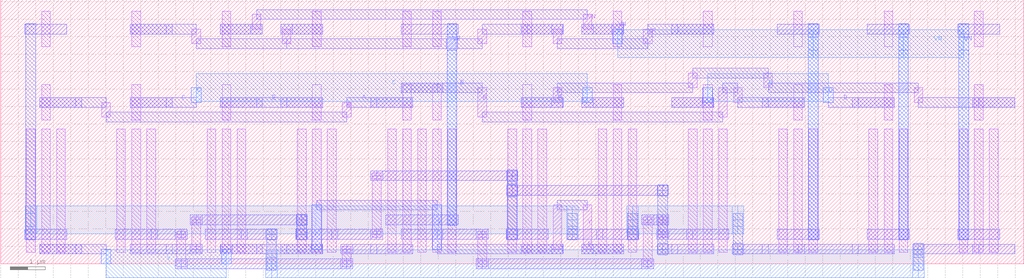
<source format=lef>
MACRO FUNCTION
  ORIGIN 0 0 ;
  FOREIGN FUNCTION 0 0 ;
  SIZE 29.24 BY 7.56 ;
  PIN A
    DIRECTION INOUT ;
    USE SIGNAL ;
    PORT 
      LAYER M2 ;
        RECT 1.12 4.48 2.32 4.76 ;
      LAYER M2 ;
        RECT 10.58 4.48 11.78 4.76 ;
      LAYER M2 ;
        RECT 2.15 4.48 3.01 4.76 ;
      LAYER M1 ;
        RECT 2.885 4.2 3.135 4.62 ;
      LAYER M2 ;
        RECT 3.01 4.06 9.89 4.34 ;
      LAYER M1 ;
        RECT 9.765 4.2 10.015 4.62 ;
      LAYER M2 ;
        RECT 9.89 4.48 10.75 4.76 ;
    END
  END A
  PIN B
    DIRECTION INOUT ;
    USE SIGNAL ;
    PORT 
      LAYER M2 ;
        RECT 21.76 4.48 22.96 4.76 ;
      LAYER M2 ;
        RECT 11.44 4.9 12.64 5.18 ;
      LAYER M2 ;
        RECT 21.07 4.48 21.93 4.76 ;
      LAYER M1 ;
        RECT 20.945 4.62 21.195 5.04 ;
      LAYER M2 ;
        RECT 20.64 4.9 21.07 5.18 ;
      LAYER M1 ;
        RECT 20.515 4.2 20.765 5.04 ;
      LAYER M2 ;
        RECT 13.76 4.06 20.64 4.34 ;
      LAYER M1 ;
        RECT 13.635 4.2 13.885 5.04 ;
      LAYER M2 ;
        RECT 12.47 4.9 13.76 5.18 ;
    END
  END B
  PIN VP
    DIRECTION INOUT ;
    USE SIGNAL ;
    PORT 
      LAYER M2 ;
        RECT 3.7 6.58 4.9 6.86 ;
      LAYER M2 ;
        RECT 8 6.58 9.2 6.86 ;
      LAYER M2 ;
        RECT 14.88 6.58 16.08 6.86 ;
      LAYER M2 ;
        RECT 19.18 6.58 20.38 6.86 ;
      LAYER M3 ;
        RECT 12.76 1.1 13.04 6.88 ;
      LAYER M2 ;
        RECT 4.73 6.58 5.59 6.86 ;
      LAYER M1 ;
        RECT 5.465 6.3 5.715 6.72 ;
      LAYER M2 ;
        RECT 5.59 6.16 8.17 6.44 ;
      LAYER M1 ;
        RECT 8.045 6.3 8.295 6.72 ;
      LAYER M2 ;
        RECT 8.01 6.58 8.33 6.86 ;
      LAYER M2 ;
        RECT 8.17 6.16 13.76 6.44 ;
      LAYER M1 ;
        RECT 13.635 6.3 13.885 6.72 ;
      LAYER M2 ;
        RECT 13.76 6.58 15.05 6.86 ;
      LAYER M2 ;
        RECT 15.75 6.58 16.07 6.86 ;
      LAYER M1 ;
        RECT 15.785 6.3 16.035 6.72 ;
      LAYER M2 ;
        RECT 15.91 6.16 18.49 6.44 ;
      LAYER M1 ;
        RECT 18.365 6.3 18.615 6.72 ;
      LAYER M2 ;
        RECT 18.49 6.58 19.35 6.86 ;
      LAYER M2 ;
        RECT 12.74 6.16 13.06 6.44 ;
      LAYER M3 ;
        RECT 12.76 6.115 13.04 6.485 ;
    END
  END VP
  PIN D
    DIRECTION INOUT ;
    USE SIGNAL ;
    PORT 
      LAYER M2 ;
        RECT 19.18 4.48 20.38 4.76 ;
      LAYER M2 ;
        RECT 24.34 4.48 25.54 4.76 ;
      LAYER M2 ;
        RECT 20.05 4.48 20.37 4.76 ;
      LAYER M3 ;
        RECT 20.07 4.62 20.35 5.04 ;
      LAYER M4 ;
        RECT 20.21 4.64 23.65 5.44 ;
      LAYER M3 ;
        RECT 23.51 4.62 23.79 5.04 ;
      LAYER M2 ;
        RECT 23.65 4.48 24.51 4.76 ;
    END
  END D
  PIN VN
    DIRECTION INOUT ;
    USE SIGNAL ;
    PORT 
      LAYER M2 ;
        RECT 6.28 6.58 7.48 6.86 ;
      LAYER M2 ;
        RECT 16.6 6.58 17.8 6.86 ;
      LAYER M3 ;
        RECT 23.08 0.68 23.36 6.88 ;
      LAYER M3 ;
        RECT 25.66 0.68 25.94 6.88 ;
      LAYER M3 ;
        RECT 27.38 0.68 27.66 6.88 ;
      LAYER M2 ;
        RECT 7.15 6.58 7.47 6.86 ;
      LAYER M1 ;
        RECT 7.185 6.72 7.435 7.14 ;
      LAYER M2 ;
        RECT 7.31 7 16.77 7.28 ;
      LAYER M1 ;
        RECT 16.645 6.72 16.895 7.14 ;
      LAYER M2 ;
        RECT 16.61 6.58 16.93 6.86 ;
      LAYER M2 ;
        RECT 17.47 6.58 17.79 6.86 ;
      LAYER M3 ;
        RECT 17.49 6.3 17.77 6.72 ;
      LAYER M4 ;
        RECT 17.63 5.9 23.22 6.7 ;
      LAYER M3 ;
        RECT 23.08 6.115 23.36 6.485 ;
      LAYER M4 ;
        RECT 23.22 5.9 25.8 6.7 ;
      LAYER M3 ;
        RECT 25.66 6.115 25.94 6.485 ;
      LAYER M4 ;
        RECT 25.8 5.9 27.52 6.7 ;
      LAYER M3 ;
        RECT 27.38 6.115 27.66 6.485 ;
    END
  END VN
  PIN F
    DIRECTION INOUT ;
    USE SIGNAL ;
    PORT 
      LAYER M2 ;
        RECT 27.78 4.48 28.98 4.76 ;
      LAYER M2 ;
        RECT 14.88 4.48 16.08 4.76 ;
      LAYER M2 ;
        RECT 26.23 4.48 27.95 4.76 ;
      LAYER M1 ;
        RECT 26.105 4.62 26.355 5.04 ;
      LAYER M2 ;
        RECT 21.93 4.9 26.23 5.18 ;
      LAYER M1 ;
        RECT 21.805 5.04 22.055 5.46 ;
      LAYER M2 ;
        RECT 19.78 5.32 21.93 5.6 ;
      LAYER M1 ;
        RECT 19.655 5.04 19.905 5.46 ;
      LAYER M2 ;
        RECT 15.91 4.9 19.78 5.18 ;
      LAYER M1 ;
        RECT 15.785 4.62 16.035 5.04 ;
      LAYER M2 ;
        RECT 15.75 4.48 16.07 4.76 ;
    END
  END F
  PIN Y
    DIRECTION INOUT ;
    USE SIGNAL ;
    PORT 
      LAYER M2 ;
        RECT 1.12 0.28 2.32 0.56 ;
      LAYER M2 ;
        RECT 6.28 0.28 7.48 0.56 ;
      LAYER M2 ;
        RECT 8 0.28 9.2 0.56 ;
      LAYER M2 ;
        RECT 14.88 0.28 16.08 0.56 ;
      LAYER M2 ;
        RECT 16.6 0.28 17.8 0.56 ;
      LAYER M2 ;
        RECT 2.15 0.28 3.01 0.56 ;
      LAYER M3 ;
        RECT 2.87 0 3.15 0.42 ;
      LAYER M4 ;
        RECT 3.01 -0.4 6.45 0.4 ;
      LAYER M3 ;
        RECT 6.31 0 6.59 0.42 ;
      LAYER M2 ;
        RECT 6.29 0.28 6.61 0.56 ;
      LAYER M2 ;
        RECT 7.31 0.28 8.17 0.56 ;
      LAYER M2 ;
        RECT 8.87 0.28 9.19 0.56 ;
      LAYER M3 ;
        RECT 8.89 0.42 9.17 1.68 ;
      LAYER M2 ;
        RECT 9.03 1.54 12.47 1.82 ;
      LAYER M3 ;
        RECT 12.33 0.42 12.61 1.68 ;
      LAYER M2 ;
        RECT 12.47 0.28 15.05 0.56 ;
      LAYER M2 ;
        RECT 15.75 0.28 16.07 0.56 ;
      LAYER M1 ;
        RECT 15.785 0.42 16.035 1.68 ;
      LAYER M2 ;
        RECT 15.91 1.54 16.77 1.82 ;
      LAYER M1 ;
        RECT 16.645 0.42 16.895 1.68 ;
      LAYER M2 ;
        RECT 16.61 0.28 16.93 0.56 ;
    END
  END Y
  PIN E
    DIRECTION INOUT ;
    USE SIGNAL ;
    PORT 
      LAYER M2 ;
        RECT 6.28 4.48 7.48 4.76 ;
      LAYER M2 ;
        RECT 8 4.48 9.2 4.76 ;
      LAYER M2 ;
        RECT 7.31 4.48 8.17 4.76 ;
    END
  END E
  PIN C
    DIRECTION INOUT ;
    USE SIGNAL ;
    PORT 
      LAYER M2 ;
        RECT 16.6 4.48 17.8 4.76 ;
      LAYER M2 ;
        RECT 3.7 4.48 4.9 4.76 ;
      LAYER M2 ;
        RECT 16.61 4.48 16.93 4.76 ;
      LAYER M3 ;
        RECT 16.63 4.62 16.91 5.04 ;
      LAYER M4 ;
        RECT 5.59 4.64 16.77 5.44 ;
      LAYER M3 ;
        RECT 5.45 4.62 5.73 5.04 ;
      LAYER M2 ;
        RECT 4.73 4.48 5.59 4.76 ;
    END
  END C
  OBS 
  LAYER M2 ;
        RECT 3.27 0.7 4.47 0.98 ;
  LAYER M2 ;
        RECT 10.58 0.28 11.78 0.56 ;
  LAYER M2 ;
        RECT 4.3 0.7 5.16 0.98 ;
  LAYER M1 ;
        RECT 5.035 0 5.285 0.84 ;
  LAYER M2 ;
        RECT 5.16 -0.14 9.89 0.14 ;
  LAYER M1 ;
        RECT 9.765 0 10.015 0.42 ;
  LAYER M2 ;
        RECT 9.89 0.28 10.75 0.56 ;
  LAYER M1 ;
        RECT 5.035 -0.085 5.285 0.085 ;
  LAYER M2 ;
        RECT 4.99 -0.14 5.33 0.14 ;
  LAYER M1 ;
        RECT 5.035 0.755 5.285 0.925 ;
  LAYER M2 ;
        RECT 4.99 0.7 5.33 0.98 ;
  LAYER M1 ;
        RECT 9.765 -0.085 10.015 0.085 ;
  LAYER M2 ;
        RECT 9.72 -0.14 10.06 0.14 ;
  LAYER M1 ;
        RECT 9.765 0.335 10.015 0.505 ;
  LAYER M2 ;
        RECT 9.72 0.28 10.06 0.56 ;
  LAYER M1 ;
        RECT 5.035 -0.085 5.285 0.085 ;
  LAYER M2 ;
        RECT 4.99 -0.14 5.33 0.14 ;
  LAYER M1 ;
        RECT 5.035 0.755 5.285 0.925 ;
  LAYER M2 ;
        RECT 4.99 0.7 5.33 0.98 ;
  LAYER M1 ;
        RECT 9.765 -0.085 10.015 0.085 ;
  LAYER M2 ;
        RECT 9.72 -0.14 10.06 0.14 ;
  LAYER M1 ;
        RECT 9.765 0.335 10.015 0.505 ;
  LAYER M2 ;
        RECT 9.72 0.28 10.06 0.56 ;
  LAYER M2 ;
        RECT 19.61 0.7 20.81 0.98 ;
  LAYER M2 ;
        RECT 11.44 0.7 12.64 0.98 ;
  LAYER M2 ;
        RECT 18.92 0.7 19.78 0.98 ;
  LAYER M1 ;
        RECT 18.795 0.84 19.045 1.26 ;
  LAYER M2 ;
        RECT 18.49 1.12 18.92 1.4 ;
  LAYER M1 ;
        RECT 18.365 0 18.615 1.26 ;
  LAYER M2 ;
        RECT 13.76 -0.14 18.49 0.14 ;
  LAYER M1 ;
        RECT 13.635 0 13.885 0.84 ;
  LAYER M2 ;
        RECT 12.47 0.7 13.76 0.98 ;
  LAYER M1 ;
        RECT 13.635 -0.085 13.885 0.085 ;
  LAYER M2 ;
        RECT 13.59 -0.14 13.93 0.14 ;
  LAYER M1 ;
        RECT 13.635 0.755 13.885 0.925 ;
  LAYER M2 ;
        RECT 13.59 0.7 13.93 0.98 ;
  LAYER M1 ;
        RECT 18.365 -0.085 18.615 0.085 ;
  LAYER M2 ;
        RECT 18.32 -0.14 18.66 0.14 ;
  LAYER M1 ;
        RECT 18.365 1.175 18.615 1.345 ;
  LAYER M2 ;
        RECT 18.32 1.12 18.66 1.4 ;
  LAYER M1 ;
        RECT 18.795 0.755 19.045 0.925 ;
  LAYER M2 ;
        RECT 18.75 0.7 19.09 0.98 ;
  LAYER M1 ;
        RECT 18.795 1.175 19.045 1.345 ;
  LAYER M2 ;
        RECT 18.75 1.12 19.09 1.4 ;
  LAYER M1 ;
        RECT 13.635 -0.085 13.885 0.085 ;
  LAYER M2 ;
        RECT 13.59 -0.14 13.93 0.14 ;
  LAYER M1 ;
        RECT 13.635 0.755 13.885 0.925 ;
  LAYER M2 ;
        RECT 13.59 0.7 13.93 0.98 ;
  LAYER M1 ;
        RECT 18.365 -0.085 18.615 0.085 ;
  LAYER M2 ;
        RECT 18.32 -0.14 18.66 0.14 ;
  LAYER M1 ;
        RECT 18.365 1.175 18.615 1.345 ;
  LAYER M2 ;
        RECT 18.32 1.12 18.66 1.4 ;
  LAYER M1 ;
        RECT 18.795 0.755 19.045 0.925 ;
  LAYER M2 ;
        RECT 18.75 0.7 19.09 0.98 ;
  LAYER M1 ;
        RECT 18.795 1.175 19.045 1.345 ;
  LAYER M2 ;
        RECT 18.75 1.12 19.09 1.4 ;
  LAYER M3 ;
        RECT 0.72 0.68 1 6.88 ;
  LAYER M2 ;
        RECT 17.03 0.7 18.23 0.98 ;
  LAYER M2 ;
        RECT 21.76 0.28 22.96 0.56 ;
  LAYER M2 ;
        RECT 24.34 0.28 25.54 0.56 ;
  LAYER M3 ;
        RECT 0.72 1.075 1 1.445 ;
  LAYER M4 ;
        RECT 0.86 0.86 16.34 1.66 ;
  LAYER M3 ;
        RECT 16.2 0.84 16.48 1.26 ;
  LAYER M2 ;
        RECT 16.34 0.7 17.2 0.98 ;
  LAYER M2 ;
        RECT 17.9 0.7 18.22 0.98 ;
  LAYER M3 ;
        RECT 17.92 0.84 18.2 1.26 ;
  LAYER M4 ;
        RECT 18.06 0.86 21.07 1.66 ;
  LAYER M3 ;
        RECT 20.93 0.42 21.21 1.26 ;
  LAYER M2 ;
        RECT 21.07 0.28 21.93 0.56 ;
  LAYER M2 ;
        RECT 22.79 0.28 24.51 0.56 ;
  LAYER M2 ;
        RECT 16.18 0.7 16.5 0.98 ;
  LAYER M3 ;
        RECT 16.2 0.68 16.48 1 ;
  LAYER M3 ;
        RECT 0.72 1.075 1 1.445 ;
  LAYER M4 ;
        RECT 0.695 0.86 1.025 1.66 ;
  LAYER M3 ;
        RECT 16.2 1.075 16.48 1.445 ;
  LAYER M4 ;
        RECT 16.175 0.86 16.505 1.66 ;
  LAYER M2 ;
        RECT 16.18 0.7 16.5 0.98 ;
  LAYER M3 ;
        RECT 16.2 0.68 16.48 1 ;
  LAYER M3 ;
        RECT 0.72 1.075 1 1.445 ;
  LAYER M4 ;
        RECT 0.695 0.86 1.025 1.66 ;
  LAYER M3 ;
        RECT 16.2 1.075 16.48 1.445 ;
  LAYER M4 ;
        RECT 16.175 0.86 16.505 1.66 ;
  LAYER M2 ;
        RECT 16.18 0.7 16.5 0.98 ;
  LAYER M3 ;
        RECT 16.2 0.68 16.48 1 ;
  LAYER M2 ;
        RECT 17.9 0.7 18.22 0.98 ;
  LAYER M3 ;
        RECT 17.92 0.68 18.2 1 ;
  LAYER M2 ;
        RECT 20.91 0.28 21.23 0.56 ;
  LAYER M3 ;
        RECT 20.93 0.26 21.21 0.58 ;
  LAYER M3 ;
        RECT 0.72 1.075 1 1.445 ;
  LAYER M4 ;
        RECT 0.695 0.86 1.025 1.66 ;
  LAYER M3 ;
        RECT 16.2 1.075 16.48 1.445 ;
  LAYER M4 ;
        RECT 16.175 0.86 16.505 1.66 ;
  LAYER M3 ;
        RECT 17.92 1.075 18.2 1.445 ;
  LAYER M4 ;
        RECT 17.895 0.86 18.225 1.66 ;
  LAYER M3 ;
        RECT 20.93 1.075 21.21 1.445 ;
  LAYER M4 ;
        RECT 20.905 0.86 21.235 1.66 ;
  LAYER M2 ;
        RECT 16.18 0.7 16.5 0.98 ;
  LAYER M3 ;
        RECT 16.2 0.68 16.48 1 ;
  LAYER M2 ;
        RECT 17.9 0.7 18.22 0.98 ;
  LAYER M3 ;
        RECT 17.92 0.68 18.2 1 ;
  LAYER M2 ;
        RECT 20.91 0.28 21.23 0.56 ;
  LAYER M3 ;
        RECT 20.93 0.26 21.21 0.58 ;
  LAYER M3 ;
        RECT 0.72 1.075 1 1.445 ;
  LAYER M4 ;
        RECT 0.695 0.86 1.025 1.66 ;
  LAYER M3 ;
        RECT 16.2 1.075 16.48 1.445 ;
  LAYER M4 ;
        RECT 16.175 0.86 16.505 1.66 ;
  LAYER M3 ;
        RECT 17.92 1.075 18.2 1.445 ;
  LAYER M4 ;
        RECT 17.895 0.86 18.225 1.66 ;
  LAYER M3 ;
        RECT 20.93 1.075 21.21 1.445 ;
  LAYER M4 ;
        RECT 20.905 0.86 21.235 1.66 ;
  LAYER M2 ;
        RECT 16.18 0.7 16.5 0.98 ;
  LAYER M3 ;
        RECT 16.2 0.68 16.48 1 ;
  LAYER M2 ;
        RECT 17.9 0.7 18.22 0.98 ;
  LAYER M3 ;
        RECT 17.92 0.68 18.2 1 ;
  LAYER M2 ;
        RECT 20.91 0.28 21.23 0.56 ;
  LAYER M3 ;
        RECT 20.93 0.26 21.21 0.58 ;
  LAYER M3 ;
        RECT 0.72 1.075 1 1.445 ;
  LAYER M4 ;
        RECT 0.695 0.86 1.025 1.66 ;
  LAYER M3 ;
        RECT 16.2 1.075 16.48 1.445 ;
  LAYER M4 ;
        RECT 16.175 0.86 16.505 1.66 ;
  LAYER M3 ;
        RECT 17.92 1.075 18.2 1.445 ;
  LAYER M4 ;
        RECT 17.895 0.86 18.225 1.66 ;
  LAYER M3 ;
        RECT 20.93 1.075 21.21 1.445 ;
  LAYER M4 ;
        RECT 20.905 0.86 21.235 1.66 ;
  LAYER M2 ;
        RECT 16.18 0.7 16.5 0.98 ;
  LAYER M3 ;
        RECT 16.2 0.68 16.48 1 ;
  LAYER M2 ;
        RECT 17.9 0.7 18.22 0.98 ;
  LAYER M3 ;
        RECT 17.92 0.68 18.2 1 ;
  LAYER M2 ;
        RECT 20.91 0.28 21.23 0.56 ;
  LAYER M3 ;
        RECT 20.93 0.26 21.21 0.58 ;
  LAYER M3 ;
        RECT 0.72 1.075 1 1.445 ;
  LAYER M4 ;
        RECT 0.695 0.86 1.025 1.66 ;
  LAYER M3 ;
        RECT 16.2 1.075 16.48 1.445 ;
  LAYER M4 ;
        RECT 16.175 0.86 16.505 1.66 ;
  LAYER M3 ;
        RECT 17.92 1.075 18.2 1.445 ;
  LAYER M4 ;
        RECT 17.895 0.86 18.225 1.66 ;
  LAYER M3 ;
        RECT 20.93 1.075 21.21 1.445 ;
  LAYER M4 ;
        RECT 20.905 0.86 21.235 1.66 ;
  LAYER M2 ;
        RECT 5.85 0.7 7.05 0.98 ;
  LAYER M2 ;
        RECT 27.78 0.28 28.98 0.56 ;
  LAYER M2 ;
        RECT 6.88 0.7 7.74 0.98 ;
  LAYER M3 ;
        RECT 7.6 0 7.88 0.84 ;
  LAYER M4 ;
        RECT 7.74 -0.4 26.23 0.4 ;
  LAYER M3 ;
        RECT 26.09 0 26.37 0.42 ;
  LAYER M2 ;
        RECT 26.23 0.28 27.95 0.56 ;
  LAYER M2 ;
        RECT 7.58 0.7 7.9 0.98 ;
  LAYER M3 ;
        RECT 7.6 0.68 7.88 1 ;
  LAYER M2 ;
        RECT 26.07 0.28 26.39 0.56 ;
  LAYER M3 ;
        RECT 26.09 0.26 26.37 0.58 ;
  LAYER M3 ;
        RECT 7.6 -0.185 7.88 0.185 ;
  LAYER M4 ;
        RECT 7.575 -0.4 7.905 0.4 ;
  LAYER M3 ;
        RECT 26.09 -0.185 26.37 0.185 ;
  LAYER M4 ;
        RECT 26.065 -0.4 26.395 0.4 ;
  LAYER M2 ;
        RECT 7.58 0.7 7.9 0.98 ;
  LAYER M3 ;
        RECT 7.6 0.68 7.88 1 ;
  LAYER M2 ;
        RECT 26.07 0.28 26.39 0.56 ;
  LAYER M3 ;
        RECT 26.09 0.26 26.37 0.58 ;
  LAYER M3 ;
        RECT 7.6 -0.185 7.88 0.185 ;
  LAYER M4 ;
        RECT 7.575 -0.4 7.905 0.4 ;
  LAYER M3 ;
        RECT 26.09 -0.185 26.37 0.185 ;
  LAYER M4 ;
        RECT 26.065 -0.4 26.395 0.4 ;
  LAYER M2 ;
        RECT 3.7 0.28 4.9 0.56 ;
  LAYER M2 ;
        RECT 8.43 0.7 9.63 0.98 ;
  LAYER M2 ;
        RECT 14.45 0.7 15.65 0.98 ;
  LAYER M2 ;
        RECT 19.18 0.28 20.38 0.56 ;
  LAYER M2 ;
        RECT 4.73 0.28 5.59 0.56 ;
  LAYER M1 ;
        RECT 5.465 0.42 5.715 1.26 ;
  LAYER M2 ;
        RECT 5.59 1.12 8.6 1.4 ;
  LAYER M3 ;
        RECT 8.46 0.84 8.74 1.26 ;
  LAYER M2 ;
        RECT 8.44 0.7 8.76 0.98 ;
  LAYER M2 ;
        RECT 9.46 0.7 10.75 0.98 ;
  LAYER M1 ;
        RECT 10.625 0.84 10.875 2.52 ;
  LAYER M2 ;
        RECT 10.75 2.38 14.62 2.66 ;
  LAYER M3 ;
        RECT 14.48 0.84 14.76 2.52 ;
  LAYER M2 ;
        RECT 14.46 0.7 14.78 0.98 ;
  LAYER M3 ;
        RECT 14.48 1.915 14.76 2.285 ;
  LAYER M2 ;
        RECT 14.62 1.96 18.92 2.24 ;
  LAYER M3 ;
        RECT 18.78 0.42 19.06 2.1 ;
  LAYER M2 ;
        RECT 18.92 0.28 19.35 0.56 ;
  LAYER M1 ;
        RECT 5.465 0.335 5.715 0.505 ;
  LAYER M2 ;
        RECT 5.42 0.28 5.76 0.56 ;
  LAYER M1 ;
        RECT 5.465 1.175 5.715 1.345 ;
  LAYER M2 ;
        RECT 5.42 1.12 5.76 1.4 ;
  LAYER M2 ;
        RECT 8.44 0.7 8.76 0.98 ;
  LAYER M3 ;
        RECT 8.46 0.68 8.74 1 ;
  LAYER M2 ;
        RECT 8.44 1.12 8.76 1.4 ;
  LAYER M3 ;
        RECT 8.46 1.1 8.74 1.42 ;
  LAYER M1 ;
        RECT 5.465 0.335 5.715 0.505 ;
  LAYER M2 ;
        RECT 5.42 0.28 5.76 0.56 ;
  LAYER M1 ;
        RECT 5.465 1.175 5.715 1.345 ;
  LAYER M2 ;
        RECT 5.42 1.12 5.76 1.4 ;
  LAYER M2 ;
        RECT 8.44 0.7 8.76 0.98 ;
  LAYER M3 ;
        RECT 8.46 0.68 8.74 1 ;
  LAYER M2 ;
        RECT 8.44 1.12 8.76 1.4 ;
  LAYER M3 ;
        RECT 8.46 1.1 8.74 1.42 ;
  LAYER M1 ;
        RECT 5.465 0.335 5.715 0.505 ;
  LAYER M2 ;
        RECT 5.42 0.28 5.76 0.56 ;
  LAYER M1 ;
        RECT 5.465 1.175 5.715 1.345 ;
  LAYER M2 ;
        RECT 5.42 1.12 5.76 1.4 ;
  LAYER M1 ;
        RECT 10.625 0.755 10.875 0.925 ;
  LAYER M2 ;
        RECT 10.58 0.7 10.92 0.98 ;
  LAYER M1 ;
        RECT 10.625 2.435 10.875 2.605 ;
  LAYER M2 ;
        RECT 10.58 2.38 10.92 2.66 ;
  LAYER M2 ;
        RECT 8.44 0.7 8.76 0.98 ;
  LAYER M3 ;
        RECT 8.46 0.68 8.74 1 ;
  LAYER M2 ;
        RECT 8.44 1.12 8.76 1.4 ;
  LAYER M3 ;
        RECT 8.46 1.1 8.74 1.42 ;
  LAYER M2 ;
        RECT 14.46 0.7 14.78 0.98 ;
  LAYER M3 ;
        RECT 14.48 0.68 14.76 1 ;
  LAYER M2 ;
        RECT 14.46 2.38 14.78 2.66 ;
  LAYER M3 ;
        RECT 14.48 2.36 14.76 2.68 ;
  LAYER M1 ;
        RECT 5.465 0.335 5.715 0.505 ;
  LAYER M2 ;
        RECT 5.42 0.28 5.76 0.56 ;
  LAYER M1 ;
        RECT 5.465 1.175 5.715 1.345 ;
  LAYER M2 ;
        RECT 5.42 1.12 5.76 1.4 ;
  LAYER M1 ;
        RECT 10.625 0.755 10.875 0.925 ;
  LAYER M2 ;
        RECT 10.58 0.7 10.92 0.98 ;
  LAYER M1 ;
        RECT 10.625 2.435 10.875 2.605 ;
  LAYER M2 ;
        RECT 10.58 2.38 10.92 2.66 ;
  LAYER M2 ;
        RECT 8.44 0.7 8.76 0.98 ;
  LAYER M3 ;
        RECT 8.46 0.68 8.74 1 ;
  LAYER M2 ;
        RECT 8.44 1.12 8.76 1.4 ;
  LAYER M3 ;
        RECT 8.46 1.1 8.74 1.42 ;
  LAYER M2 ;
        RECT 14.46 0.7 14.78 0.98 ;
  LAYER M3 ;
        RECT 14.48 0.68 14.76 1 ;
  LAYER M2 ;
        RECT 14.46 2.38 14.78 2.66 ;
  LAYER M3 ;
        RECT 14.48 2.36 14.76 2.68 ;
  LAYER M1 ;
        RECT 5.465 0.335 5.715 0.505 ;
  LAYER M2 ;
        RECT 5.42 0.28 5.76 0.56 ;
  LAYER M1 ;
        RECT 5.465 1.175 5.715 1.345 ;
  LAYER M2 ;
        RECT 5.42 1.12 5.76 1.4 ;
  LAYER M1 ;
        RECT 10.625 0.755 10.875 0.925 ;
  LAYER M2 ;
        RECT 10.58 0.7 10.92 0.98 ;
  LAYER M1 ;
        RECT 10.625 2.435 10.875 2.605 ;
  LAYER M2 ;
        RECT 10.58 2.38 10.92 2.66 ;
  LAYER M2 ;
        RECT 8.44 0.7 8.76 0.98 ;
  LAYER M3 ;
        RECT 8.46 0.68 8.74 1 ;
  LAYER M2 ;
        RECT 8.44 1.12 8.76 1.4 ;
  LAYER M3 ;
        RECT 8.46 1.1 8.74 1.42 ;
  LAYER M2 ;
        RECT 14.46 0.7 14.78 0.98 ;
  LAYER M3 ;
        RECT 14.48 0.68 14.76 1 ;
  LAYER M2 ;
        RECT 14.46 1.96 14.78 2.24 ;
  LAYER M3 ;
        RECT 14.48 1.94 14.76 2.26 ;
  LAYER M2 ;
        RECT 14.46 2.38 14.78 2.66 ;
  LAYER M3 ;
        RECT 14.48 2.36 14.76 2.68 ;
  LAYER M2 ;
        RECT 18.76 0.28 19.08 0.56 ;
  LAYER M3 ;
        RECT 18.78 0.26 19.06 0.58 ;
  LAYER M2 ;
        RECT 18.76 1.96 19.08 2.24 ;
  LAYER M3 ;
        RECT 18.78 1.94 19.06 2.26 ;
  LAYER M1 ;
        RECT 5.465 0.335 5.715 0.505 ;
  LAYER M2 ;
        RECT 5.42 0.28 5.76 0.56 ;
  LAYER M1 ;
        RECT 5.465 1.175 5.715 1.345 ;
  LAYER M2 ;
        RECT 5.42 1.12 5.76 1.4 ;
  LAYER M1 ;
        RECT 10.625 0.755 10.875 0.925 ;
  LAYER M2 ;
        RECT 10.58 0.7 10.92 0.98 ;
  LAYER M1 ;
        RECT 10.625 2.435 10.875 2.605 ;
  LAYER M2 ;
        RECT 10.58 2.38 10.92 2.66 ;
  LAYER M2 ;
        RECT 8.44 0.7 8.76 0.98 ;
  LAYER M3 ;
        RECT 8.46 0.68 8.74 1 ;
  LAYER M2 ;
        RECT 8.44 1.12 8.76 1.4 ;
  LAYER M3 ;
        RECT 8.46 1.1 8.74 1.42 ;
  LAYER M2 ;
        RECT 14.46 0.7 14.78 0.98 ;
  LAYER M3 ;
        RECT 14.48 0.68 14.76 1 ;
  LAYER M2 ;
        RECT 14.46 1.96 14.78 2.24 ;
  LAYER M3 ;
        RECT 14.48 1.94 14.76 2.26 ;
  LAYER M2 ;
        RECT 14.46 2.38 14.78 2.66 ;
  LAYER M3 ;
        RECT 14.48 2.36 14.76 2.68 ;
  LAYER M2 ;
        RECT 18.76 0.28 19.08 0.56 ;
  LAYER M3 ;
        RECT 18.78 0.26 19.06 0.58 ;
  LAYER M2 ;
        RECT 18.76 1.96 19.08 2.24 ;
  LAYER M3 ;
        RECT 18.78 1.94 19.06 2.26 ;
  LAYER M1 ;
        RECT 11.485 0.335 11.735 3.865 ;
  LAYER M1 ;
        RECT 11.485 4.115 11.735 5.125 ;
  LAYER M1 ;
        RECT 11.485 6.215 11.735 7.225 ;
  LAYER M1 ;
        RECT 11.055 0.335 11.305 3.865 ;
  LAYER M1 ;
        RECT 11.915 0.335 12.165 3.865 ;
  LAYER M1 ;
        RECT 12.345 0.335 12.595 3.865 ;
  LAYER M1 ;
        RECT 12.345 4.115 12.595 5.125 ;
  LAYER M1 ;
        RECT 12.345 6.215 12.595 7.225 ;
  LAYER M1 ;
        RECT 12.775 0.335 13.025 3.865 ;
  LAYER M2 ;
        RECT 11.44 6.58 13.07 6.86 ;
  LAYER M2 ;
        RECT 11.01 1.12 13.07 1.4 ;
  LAYER M2 ;
        RECT 10.58 0.28 11.78 0.56 ;
  LAYER M2 ;
        RECT 11.44 0.7 12.64 0.98 ;
  LAYER M2 ;
        RECT 10.58 4.48 11.78 4.76 ;
  LAYER M2 ;
        RECT 11.44 4.9 12.64 5.18 ;
  LAYER M3 ;
        RECT 12.76 1.1 13.04 6.88 ;
  LAYER M1 ;
        RECT 25.245 0.335 25.495 3.865 ;
  LAYER M1 ;
        RECT 25.245 4.115 25.495 5.125 ;
  LAYER M1 ;
        RECT 25.245 6.215 25.495 7.225 ;
  LAYER M1 ;
        RECT 24.815 0.335 25.065 3.865 ;
  LAYER M1 ;
        RECT 25.675 0.335 25.925 3.865 ;
  LAYER M2 ;
        RECT 24.77 6.58 25.97 6.86 ;
  LAYER M2 ;
        RECT 24.77 0.7 25.97 0.98 ;
  LAYER M2 ;
        RECT 24.34 0.28 25.54 0.56 ;
  LAYER M2 ;
        RECT 24.34 4.48 25.54 4.76 ;
  LAYER M3 ;
        RECT 25.66 0.68 25.94 6.88 ;
  LAYER M1 ;
        RECT 27.825 0.335 28.075 3.865 ;
  LAYER M1 ;
        RECT 27.825 4.115 28.075 5.125 ;
  LAYER M1 ;
        RECT 27.825 6.215 28.075 7.225 ;
  LAYER M1 ;
        RECT 28.255 0.335 28.505 3.865 ;
  LAYER M1 ;
        RECT 27.395 0.335 27.645 3.865 ;
  LAYER M2 ;
        RECT 27.35 6.58 28.55 6.86 ;
  LAYER M2 ;
        RECT 27.35 0.7 28.55 0.98 ;
  LAYER M2 ;
        RECT 27.78 0.28 28.98 0.56 ;
  LAYER M2 ;
        RECT 27.78 4.48 28.98 4.76 ;
  LAYER M3 ;
        RECT 27.38 0.68 27.66 6.88 ;
  LAYER M1 ;
        RECT 1.165 0.335 1.415 3.865 ;
  LAYER M1 ;
        RECT 1.165 4.115 1.415 5.125 ;
  LAYER M1 ;
        RECT 1.165 6.215 1.415 7.225 ;
  LAYER M1 ;
        RECT 1.595 0.335 1.845 3.865 ;
  LAYER M1 ;
        RECT 0.735 0.335 0.985 3.865 ;
  LAYER M2 ;
        RECT 0.69 6.58 1.89 6.86 ;
  LAYER M2 ;
        RECT 0.69 0.7 1.89 0.98 ;
  LAYER M2 ;
        RECT 1.12 0.28 2.32 0.56 ;
  LAYER M2 ;
        RECT 1.12 4.48 2.32 4.76 ;
  LAYER M3 ;
        RECT 0.72 0.68 1 6.88 ;
  LAYER M1 ;
        RECT 22.665 0.335 22.915 3.865 ;
  LAYER M1 ;
        RECT 22.665 4.115 22.915 5.125 ;
  LAYER M1 ;
        RECT 22.665 6.215 22.915 7.225 ;
  LAYER M1 ;
        RECT 22.235 0.335 22.485 3.865 ;
  LAYER M1 ;
        RECT 23.095 0.335 23.345 3.865 ;
  LAYER M2 ;
        RECT 22.19 6.58 23.39 6.86 ;
  LAYER M2 ;
        RECT 22.19 0.7 23.39 0.98 ;
  LAYER M2 ;
        RECT 21.76 0.28 22.96 0.56 ;
  LAYER M2 ;
        RECT 21.76 4.48 22.96 4.76 ;
  LAYER M3 ;
        RECT 23.08 0.68 23.36 6.88 ;
  LAYER M1 ;
        RECT 6.325 0.335 6.575 3.865 ;
  LAYER M1 ;
        RECT 6.325 4.115 6.575 5.125 ;
  LAYER M1 ;
        RECT 6.325 6.215 6.575 7.225 ;
  LAYER M1 ;
        RECT 6.755 0.335 7.005 3.865 ;
  LAYER M1 ;
        RECT 5.895 0.335 6.145 3.865 ;
  LAYER M2 ;
        RECT 6.28 6.58 7.48 6.86 ;
  LAYER M2 ;
        RECT 6.28 0.28 7.48 0.56 ;
  LAYER M2 ;
        RECT 6.28 4.48 7.48 4.76 ;
  LAYER M2 ;
        RECT 5.85 0.7 7.05 0.98 ;
  LAYER M1 ;
        RECT 17.505 0.335 17.755 3.865 ;
  LAYER M1 ;
        RECT 17.505 4.115 17.755 5.125 ;
  LAYER M1 ;
        RECT 17.505 6.215 17.755 7.225 ;
  LAYER M1 ;
        RECT 17.075 0.335 17.325 3.865 ;
  LAYER M1 ;
        RECT 17.935 0.335 18.185 3.865 ;
  LAYER M2 ;
        RECT 16.6 6.58 17.8 6.86 ;
  LAYER M2 ;
        RECT 16.6 0.28 17.8 0.56 ;
  LAYER M2 ;
        RECT 16.6 4.48 17.8 4.76 ;
  LAYER M2 ;
        RECT 17.03 0.7 18.23 0.98 ;
  LAYER M1 ;
        RECT 8.905 0.335 9.155 3.865 ;
  LAYER M1 ;
        RECT 8.905 4.115 9.155 5.125 ;
  LAYER M1 ;
        RECT 8.905 6.215 9.155 7.225 ;
  LAYER M1 ;
        RECT 8.475 0.335 8.725 3.865 ;
  LAYER M1 ;
        RECT 9.335 0.335 9.585 3.865 ;
  LAYER M2 ;
        RECT 8 6.58 9.2 6.86 ;
  LAYER M2 ;
        RECT 8 0.28 9.2 0.56 ;
  LAYER M2 ;
        RECT 8 4.48 9.2 4.76 ;
  LAYER M2 ;
        RECT 8.43 0.7 9.63 0.98 ;
  LAYER M1 ;
        RECT 14.925 0.335 15.175 3.865 ;
  LAYER M1 ;
        RECT 14.925 4.115 15.175 5.125 ;
  LAYER M1 ;
        RECT 14.925 6.215 15.175 7.225 ;
  LAYER M1 ;
        RECT 15.355 0.335 15.605 3.865 ;
  LAYER M1 ;
        RECT 14.495 0.335 14.745 3.865 ;
  LAYER M2 ;
        RECT 14.88 6.58 16.08 6.86 ;
  LAYER M2 ;
        RECT 14.88 0.28 16.08 0.56 ;
  LAYER M2 ;
        RECT 14.88 4.48 16.08 4.76 ;
  LAYER M2 ;
        RECT 14.45 0.7 15.65 0.98 ;
  LAYER M1 ;
        RECT 3.745 0.335 3.995 3.865 ;
  LAYER M1 ;
        RECT 3.745 4.115 3.995 5.125 ;
  LAYER M1 ;
        RECT 3.745 6.215 3.995 7.225 ;
  LAYER M1 ;
        RECT 4.175 0.335 4.425 3.865 ;
  LAYER M1 ;
        RECT 3.315 0.335 3.565 3.865 ;
  LAYER M2 ;
        RECT 3.7 6.58 4.9 6.86 ;
  LAYER M2 ;
        RECT 3.7 0.28 4.9 0.56 ;
  LAYER M2 ;
        RECT 3.7 4.48 4.9 4.76 ;
  LAYER M2 ;
        RECT 3.27 0.7 4.47 0.98 ;
  LAYER M1 ;
        RECT 20.085 0.335 20.335 3.865 ;
  LAYER M1 ;
        RECT 20.085 4.115 20.335 5.125 ;
  LAYER M1 ;
        RECT 20.085 6.215 20.335 7.225 ;
  LAYER M1 ;
        RECT 19.655 0.335 19.905 3.865 ;
  LAYER M1 ;
        RECT 20.515 0.335 20.765 3.865 ;
  LAYER M2 ;
        RECT 19.18 6.58 20.38 6.86 ;
  LAYER M2 ;
        RECT 19.18 0.28 20.38 0.56 ;
  LAYER M2 ;
        RECT 19.18 4.48 20.38 4.76 ;
  LAYER M2 ;
        RECT 19.61 0.7 20.81 0.98 ;
  END 
END FUNCTION

</source>
